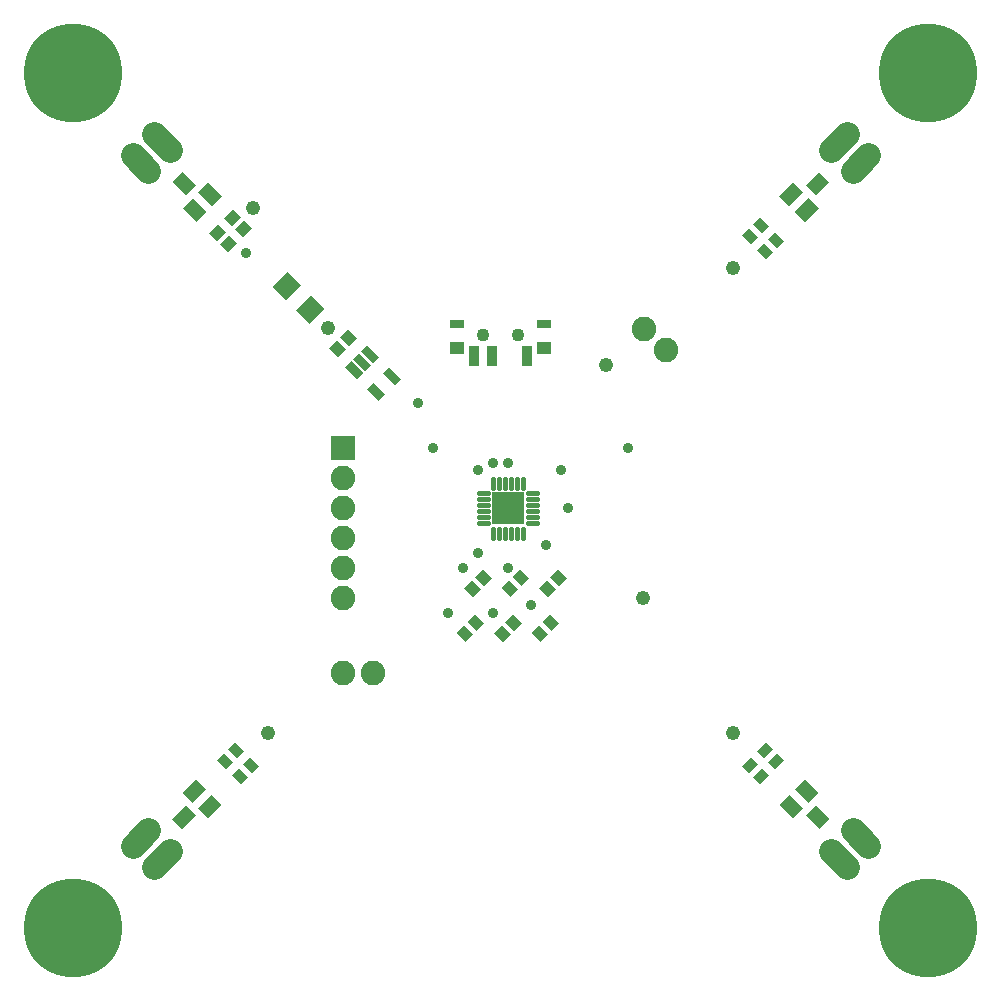
<source format=gts>
G75*
%MOIN*%
%OFA0B0*%
%FSLAX25Y25*%
%IPPOS*%
%LPD*%
%AMOC8*
5,1,8,0,0,1.08239X$1,22.5*
%
%ADD10R,0.03556X0.04343*%
%ADD11R,0.08200X0.08200*%
%ADD12C,0.08200*%
%ADD13C,0.08200*%
%ADD14R,0.04737X0.06312*%
%ADD15C,0.01800*%
%ADD16R,0.11100X0.11100*%
%ADD17R,0.02965X0.05524*%
%ADD18R,0.07099X0.06312*%
%ADD19R,0.03556X0.06706*%
%ADD20R,0.04737X0.03162*%
%ADD21R,0.04737X0.03950*%
%ADD22C,0.04343*%
%ADD23C,0.04762*%
%ADD24C,0.03581*%
%ADD25C,0.32800*%
D10*
G36*
X0095282Y0087213D02*
X0092767Y0084698D01*
X0089698Y0087767D01*
X0092213Y0090282D01*
X0095282Y0087213D01*
G37*
G36*
X0098902Y0090833D02*
X0096387Y0088318D01*
X0093318Y0091387D01*
X0095833Y0093902D01*
X0098902Y0090833D01*
G37*
G36*
X0098318Y0086387D02*
X0100833Y0088902D01*
X0103902Y0085833D01*
X0101387Y0083318D01*
X0098318Y0086387D01*
G37*
G36*
X0094698Y0082767D02*
X0097213Y0085282D01*
X0100282Y0082213D01*
X0097767Y0079698D01*
X0094698Y0082767D01*
G37*
G36*
X0175282Y0129713D02*
X0172767Y0127198D01*
X0169698Y0130267D01*
X0172213Y0132782D01*
X0175282Y0129713D01*
G37*
G36*
X0178902Y0133333D02*
X0176387Y0130818D01*
X0173318Y0133887D01*
X0175833Y0136402D01*
X0178902Y0133333D01*
G37*
G36*
X0187782Y0129713D02*
X0185267Y0127198D01*
X0182198Y0130267D01*
X0184713Y0132782D01*
X0187782Y0129713D01*
G37*
G36*
X0191402Y0133333D02*
X0188887Y0130818D01*
X0185818Y0133887D01*
X0188333Y0136402D01*
X0191402Y0133333D01*
G37*
G36*
X0194698Y0130267D02*
X0197213Y0132782D01*
X0200282Y0129713D01*
X0197767Y0127198D01*
X0194698Y0130267D01*
G37*
G36*
X0198318Y0133887D02*
X0200833Y0136402D01*
X0203902Y0133333D01*
X0201387Y0130818D01*
X0198318Y0133887D01*
G37*
G36*
X0197198Y0145267D02*
X0199713Y0147782D01*
X0202782Y0144713D01*
X0200267Y0142198D01*
X0197198Y0145267D01*
G37*
G36*
X0200818Y0148887D02*
X0203333Y0151402D01*
X0206402Y0148333D01*
X0203887Y0145818D01*
X0200818Y0148887D01*
G37*
G36*
X0193902Y0148333D02*
X0191387Y0145818D01*
X0188318Y0148887D01*
X0190833Y0151402D01*
X0193902Y0148333D01*
G37*
G36*
X0190282Y0144713D02*
X0187767Y0142198D01*
X0184698Y0145267D01*
X0187213Y0147782D01*
X0190282Y0144713D01*
G37*
G36*
X0181402Y0148333D02*
X0178887Y0145818D01*
X0175818Y0148887D01*
X0178333Y0151402D01*
X0181402Y0148333D01*
G37*
G36*
X0177782Y0144713D02*
X0175267Y0142198D01*
X0172198Y0145267D01*
X0174713Y0147782D01*
X0177782Y0144713D01*
G37*
G36*
X0127198Y0225267D02*
X0129713Y0227782D01*
X0132782Y0224713D01*
X0130267Y0222198D01*
X0127198Y0225267D01*
G37*
G36*
X0130818Y0228887D02*
X0133333Y0231402D01*
X0136402Y0228333D01*
X0133887Y0225818D01*
X0130818Y0228887D01*
G37*
G36*
X0093887Y0262782D02*
X0096402Y0260267D01*
X0093333Y0257198D01*
X0090818Y0259713D01*
X0093887Y0262782D01*
G37*
G36*
X0090267Y0266402D02*
X0092782Y0263887D01*
X0089713Y0260818D01*
X0087198Y0263333D01*
X0090267Y0266402D01*
G37*
G36*
X0095267Y0271402D02*
X0097782Y0268887D01*
X0094713Y0265818D01*
X0092198Y0268333D01*
X0095267Y0271402D01*
G37*
G36*
X0098887Y0267782D02*
X0101402Y0265267D01*
X0098333Y0262198D01*
X0095818Y0264713D01*
X0098887Y0267782D01*
G37*
G36*
X0270282Y0262213D02*
X0267767Y0259698D01*
X0264698Y0262767D01*
X0267213Y0265282D01*
X0270282Y0262213D01*
G37*
G36*
X0273902Y0265833D02*
X0271387Y0263318D01*
X0268318Y0266387D01*
X0270833Y0268902D01*
X0273902Y0265833D01*
G37*
G36*
X0273318Y0261387D02*
X0275833Y0263902D01*
X0278902Y0260833D01*
X0276387Y0258318D01*
X0273318Y0261387D01*
G37*
G36*
X0269698Y0257767D02*
X0272213Y0260282D01*
X0275282Y0257213D01*
X0272767Y0254698D01*
X0269698Y0257767D01*
G37*
G36*
X0272213Y0088318D02*
X0269698Y0090833D01*
X0272767Y0093902D01*
X0275282Y0091387D01*
X0272213Y0088318D01*
G37*
G36*
X0275833Y0084698D02*
X0273318Y0087213D01*
X0276387Y0090282D01*
X0278902Y0087767D01*
X0275833Y0084698D01*
G37*
G36*
X0271387Y0085282D02*
X0273902Y0082767D01*
X0270833Y0079698D01*
X0268318Y0082213D01*
X0271387Y0085282D01*
G37*
G36*
X0267767Y0088902D02*
X0270282Y0086387D01*
X0267213Y0083318D01*
X0264698Y0085833D01*
X0267767Y0088902D01*
G37*
D11*
X0131800Y0191800D03*
D12*
X0131800Y0181800D03*
X0131800Y0171800D03*
X0131800Y0161800D03*
X0131800Y0151800D03*
X0131800Y0141800D03*
X0131800Y0116800D03*
X0141800Y0116800D03*
X0239300Y0224300D03*
X0232229Y0231371D03*
D13*
X0294613Y0291255D02*
X0299845Y0296487D01*
X0306916Y0289416D02*
X0301684Y0284184D01*
X0073987Y0291255D02*
X0068755Y0296487D01*
X0061684Y0289416D02*
X0066916Y0284184D01*
X0066916Y0064416D02*
X0061684Y0059184D01*
X0068755Y0052113D02*
X0073987Y0057345D01*
X0294613Y0057345D02*
X0299845Y0052113D01*
X0306916Y0059184D02*
X0301684Y0064416D01*
D14*
G36*
X0285956Y0069295D02*
X0289305Y0072644D01*
X0293768Y0068181D01*
X0290419Y0064832D01*
X0285956Y0069295D01*
G37*
G36*
X0277187Y0072775D02*
X0280536Y0076124D01*
X0284999Y0071661D01*
X0281650Y0068312D01*
X0277187Y0072775D01*
G37*
G36*
X0282476Y0078064D02*
X0285825Y0081413D01*
X0290288Y0076950D01*
X0286939Y0073601D01*
X0282476Y0078064D01*
G37*
G36*
X0088064Y0076124D02*
X0091413Y0072775D01*
X0086950Y0068312D01*
X0083601Y0071661D01*
X0088064Y0076124D01*
G37*
G36*
X0082775Y0081413D02*
X0086124Y0078064D01*
X0081661Y0073601D01*
X0078312Y0076950D01*
X0082775Y0081413D01*
G37*
G36*
X0079295Y0072644D02*
X0082644Y0069295D01*
X0078181Y0064832D01*
X0074832Y0068181D01*
X0079295Y0072644D01*
G37*
G36*
X0086124Y0270536D02*
X0082775Y0267187D01*
X0078312Y0271650D01*
X0081661Y0274999D01*
X0086124Y0270536D01*
G37*
G36*
X0091413Y0275825D02*
X0088064Y0272476D01*
X0083601Y0276939D01*
X0086950Y0280288D01*
X0091413Y0275825D01*
G37*
G36*
X0082644Y0279305D02*
X0079295Y0275956D01*
X0074832Y0280419D01*
X0078181Y0283768D01*
X0082644Y0279305D01*
G37*
G36*
X0280536Y0272476D02*
X0277187Y0275825D01*
X0281650Y0280288D01*
X0284999Y0276939D01*
X0280536Y0272476D01*
G37*
G36*
X0285825Y0267187D02*
X0282476Y0270536D01*
X0286939Y0274999D01*
X0290288Y0271650D01*
X0285825Y0267187D01*
G37*
G36*
X0289305Y0275956D02*
X0285956Y0279305D01*
X0290419Y0283768D01*
X0293768Y0280419D01*
X0289305Y0275956D01*
G37*
D15*
X0191866Y0181495D02*
X0191866Y0178495D01*
X0189869Y0178495D02*
X0189869Y0181495D01*
X0187893Y0181495D02*
X0187893Y0178495D01*
X0185786Y0178495D02*
X0185786Y0181495D01*
X0183800Y0181495D02*
X0183800Y0178495D01*
X0181813Y0178495D02*
X0181813Y0181495D01*
X0180165Y0176748D02*
X0177165Y0176748D01*
X0177165Y0174751D02*
X0180165Y0174751D01*
X0180165Y0172774D02*
X0177165Y0172774D01*
X0177165Y0170668D02*
X0180165Y0170668D01*
X0180165Y0168681D02*
X0177165Y0168681D01*
X0177165Y0166695D02*
X0180165Y0166695D01*
X0181813Y0164947D02*
X0181813Y0161947D01*
X0183800Y0161947D02*
X0183800Y0164947D01*
X0185786Y0164947D02*
X0185786Y0161947D01*
X0187893Y0161947D02*
X0187893Y0164947D01*
X0189869Y0164947D02*
X0189869Y0161947D01*
X0191866Y0161947D02*
X0191866Y0164947D01*
X0193513Y0166695D02*
X0196513Y0166695D01*
X0196513Y0168681D02*
X0193513Y0168681D01*
X0193513Y0170668D02*
X0196513Y0170668D01*
X0196513Y0172774D02*
X0193513Y0172774D01*
X0193513Y0174751D02*
X0196513Y0174751D01*
X0196513Y0176748D02*
X0193513Y0176748D01*
D16*
X0186879Y0171761D03*
D17*
G36*
X0139775Y0211441D02*
X0141870Y0213536D01*
X0145775Y0209631D01*
X0143680Y0207536D01*
X0139775Y0211441D01*
G37*
G36*
X0132536Y0218680D02*
X0134631Y0220775D01*
X0138536Y0216870D01*
X0136441Y0214775D01*
X0132536Y0218680D01*
G37*
G36*
X0135181Y0221324D02*
X0137276Y0223419D01*
X0141181Y0219514D01*
X0139086Y0217419D01*
X0135181Y0221324D01*
G37*
G36*
X0137825Y0223969D02*
X0139920Y0226064D01*
X0143825Y0222159D01*
X0141730Y0220064D01*
X0137825Y0223969D01*
G37*
G36*
X0145064Y0216730D02*
X0147159Y0218825D01*
X0151064Y0214920D01*
X0148969Y0212825D01*
X0145064Y0216730D01*
G37*
D18*
G36*
X0115956Y0237626D02*
X0120974Y0242644D01*
X0125438Y0238180D01*
X0120420Y0233162D01*
X0115956Y0237626D01*
G37*
G36*
X0108162Y0245420D02*
X0113180Y0250438D01*
X0117644Y0245974D01*
X0112626Y0240956D01*
X0108162Y0245420D01*
G37*
D19*
X0175442Y0222410D03*
X0181347Y0222410D03*
X0193158Y0222410D03*
D20*
X0198670Y0233237D03*
X0169930Y0233237D03*
D21*
X0169930Y0224969D03*
X0198670Y0224969D03*
D22*
X0190206Y0229300D03*
X0178394Y0229300D03*
D23*
X0219300Y0219300D03*
X0261800Y0251800D03*
X0231800Y0141800D03*
X0261800Y0096800D03*
X0126800Y0231800D03*
X0101800Y0271800D03*
X0106800Y0096800D03*
D24*
X0166800Y0136800D03*
X0181800Y0136800D03*
X0194300Y0139300D03*
X0186800Y0151800D03*
X0176800Y0156800D03*
X0171800Y0151800D03*
X0199300Y0159300D03*
X0206800Y0171800D03*
X0204300Y0184300D03*
X0186800Y0186800D03*
X0181800Y0186800D03*
X0176800Y0184300D03*
X0161800Y0191800D03*
X0156800Y0206800D03*
X0099300Y0256800D03*
X0226800Y0191800D03*
D25*
X0041800Y0031800D03*
X0326800Y0031800D03*
X0326800Y0316800D03*
X0041800Y0316800D03*
M02*

</source>
